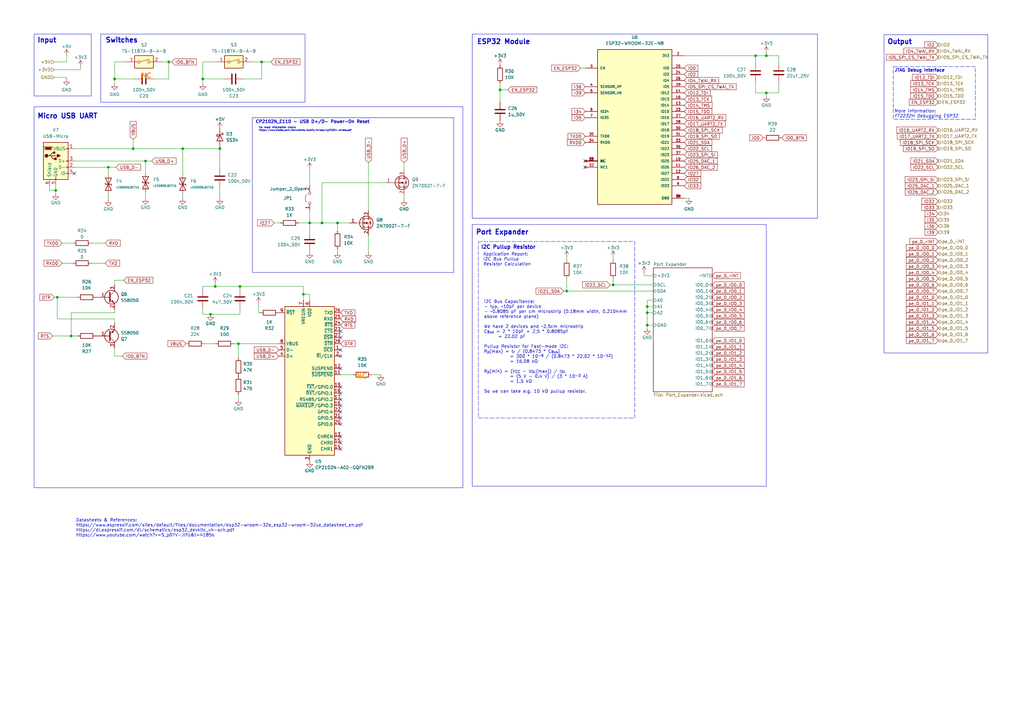
<source format=kicad_sch>
(kicad_sch (version 20231120) (generator "eeschema") (generator_version "8.0")
  (paper "A3")
  (junction (at 44.45 68.58))
  (junction (at 46.99 32.385))
  (junction (at 132.08 91.44))
  (junction (at 314.325 38.1))
  (junction (at 22.86 78.105))
  (junction (at 265.43 128.27))
  (junction (at 265.43 133.35))
  (junction (at 265.43 125.73))
  (junction (at 251.46 116.84))
  (junction (at 98.425 117.475))
  (junction (at 69.215 25.4))
  (junction (at 23.495 121.92))
  (junction (at 138.43 91.44))
  (junction (at 88.265 117.475))
  (junction (at 86.36 128.905))
  (junction (at 107.315 25.4))
  (junction (at 232.41 119.38))
  (junction (at 59.69 66.04))
  (junction (at 205.105 36.83))
  (junction (at 97.79 140.97))
  (junction (at 309.88 22.86))
  (junction (at 127 91.44))
  (junction (at 90.17 60.96))
  (junction (at 124.46 120.65))
  (junction (at 74.93 60.96))
  (junction (at 29.21 137.795))
  (junction (at 83.185 32.385))
  (junction (at 314.325 22.86))
  (junction (at 54.61 60.96))
  (no_connect (at 240.03 68.58))
  (no_connect (at 139.7 173.99))
  (no_connect (at 240.03 66.04))
  (no_connect (at 139.7 181.61))
  (no_connect (at 30.48 71.12))
  (no_connect (at 139.7 146.05))
  (no_connect (at 139.7 171.45))
  (no_connect (at 139.7 168.91))
  (no_connect (at 139.7 166.37))
  (no_connect (at 139.7 143.51))
  (no_connect (at 139.7 161.29))
  (no_connect (at 139.7 184.15))
  (no_connect (at 139.7 138.43))
  (no_connect (at 139.7 179.07))
  (no_connect (at 139.7 151.13))
  (no_connect (at 139.7 163.83))
  (no_connect (at 139.7 158.75))
  (no_connect (at 139.7 135.89))
  (wire (pts (xy 98.425 117.475) (xy 124.46 117.475)))
  (wire (pts (xy 265.43 125.73) (xy 265.43 128.27)))
  (wire (pts (xy 27.305 32.385) (xy 27.305 31.75)))
  (wire (pts (xy 124.46 120.65) (xy 127 120.65)))
  (wire (pts (xy 46.99 32.385) (xy 46.99 34.29)))
  (wire (pts (xy 90.17 60.96) (xy 90.17 60.325)))
  (wire (pts (xy 22.86 78.105) (xy 22.86 79.375)))
  (wire (pts (xy 205.105 36.83) (xy 205.105 41.91)))
  (wire (pts (xy 88.265 117.475) (xy 98.425 117.475)))
  (wire (pts (xy 232.41 105.41) (xy 232.41 106.68)))
  (wire (pts (xy 139.7 153.67) (xy 144.78 153.67)))
  (wire (pts (xy 124.46 117.475) (xy 124.46 120.65)))
  (wire (pts (xy 127 102.87) (xy 127 103.505)))
  (wire (pts (xy 27.305 31.75) (xy 22.225 31.75)))
  (wire (pts (xy 124.46 120.65) (xy 124.46 123.19)))
  (wire (pts (xy 265.43 128.27) (xy 265.43 133.35)))
  (wire (pts (xy 88.265 25.4) (xy 83.185 25.4)))
  (wire (pts (xy 98.425 128.905) (xy 98.425 126.365)))
  (wire (pts (xy 83.185 126.365) (xy 83.185 128.905)))
  (wire (pts (xy 314.325 38.1) (xy 314.325 39.37)))
  (wire (pts (xy 30.48 66.04) (xy 59.69 66.04)))
  (wire (pts (xy 21.59 137.795) (xy 29.21 137.795)))
  (wire (pts (xy 314.325 21.59) (xy 314.325 22.86)))
  (wire (pts (xy 280.67 22.86) (xy 309.88 22.86)))
  (wire (pts (xy 98.425 117.475) (xy 98.425 118.745)))
  (wire (pts (xy 22.86 76.2) (xy 22.86 78.105)))
  (wire (pts (xy 314.325 22.86) (xy 309.88 22.86)))
  (wire (pts (xy 29.21 128.27) (xy 29.21 137.795)))
  (wire (pts (xy 29.21 137.795) (xy 31.75 137.795)))
  (wire (pts (xy 27.305 25.4) (xy 27.305 22.86)))
  (wire (pts (xy 88.265 117.475) (xy 83.185 117.475)))
  (wire (pts (xy 143.51 91.44) (xy 138.43 91.44)))
  (wire (pts (xy 99.695 32.385) (xy 107.315 32.385)))
  (wire (pts (xy 127 120.65) (xy 127 123.19)))
  (wire (pts (xy 103.505 25.4) (xy 107.315 25.4)))
  (wire (pts (xy 97.79 140.97) (xy 114.3 140.97)))
  (wire (pts (xy 46.99 114.935) (xy 46.99 116.84)))
  (wire (pts (xy 90.17 76.835) (xy 90.17 81.28)))
  (wire (pts (xy 20.32 76.2) (xy 20.32 78.105)))
  (wire (pts (xy 165.735 69.85) (xy 165.735 66.675)))
  (wire (pts (xy 83.185 117.475) (xy 83.185 118.745)))
  (wire (pts (xy 66.675 25.4) (xy 69.215 25.4)))
  (wire (pts (xy 22.225 121.92) (xy 23.495 121.92)))
  (wire (pts (xy 127 91.44) (xy 127 95.25)))
  (wire (pts (xy 69.215 25.4) (xy 69.215 32.385)))
  (wire (pts (xy 69.215 25.4) (xy 70.485 25.4)))
  (wire (pts (xy 132.08 91.44) (xy 127 91.44)))
  (wire (pts (xy 280.67 81.28) (xy 282.575 81.28)))
  (wire (pts (xy 46.99 25.4) (xy 46.99 32.385)))
  (wire (pts (xy 59.69 78.74) (xy 59.69 81.28)))
  (wire (pts (xy 62.865 32.385) (xy 69.215 32.385)))
  (wire (pts (xy 309.88 38.1) (xy 309.88 33.655)))
  (wire (pts (xy 33.02 28.575) (xy 22.225 28.575)))
  (wire (pts (xy 232.41 119.38) (xy 267.97 119.38)))
  (wire (pts (xy 33.02 27.305) (xy 33.02 28.575)))
  (wire (pts (xy 59.69 71.12) (xy 59.69 66.04)))
  (wire (pts (xy 46.99 130.81) (xy 23.495 130.81)))
  (wire (pts (xy 54.61 60.96) (xy 74.93 60.96)))
  (wire (pts (xy 83.185 32.385) (xy 92.075 32.385)))
  (wire (pts (xy 264.16 111.76) (xy 264.16 113.03)))
  (wire (pts (xy 30.48 60.96) (xy 54.61 60.96)))
  (wire (pts (xy 30.48 68.58) (xy 44.45 68.58)))
  (wire (pts (xy 111.125 25.4) (xy 107.315 25.4)))
  (wire (pts (xy 251.46 105.41) (xy 251.46 106.68)))
  (wire (pts (xy 319.405 38.1) (xy 314.325 38.1)))
  (wire (pts (xy 37.465 107.95) (xy 43.18 107.95)))
  (wire (pts (xy 127 69.215) (xy 127 76.2)))
  (wire (pts (xy 74.93 79.375) (xy 74.93 81.28)))
  (wire (pts (xy 90.17 60.96) (xy 90.17 69.215)))
  (wire (pts (xy 46.99 127) (xy 46.99 128.27)))
  (wire (pts (xy 46.99 146.05) (xy 50.165 146.05)))
  (wire (pts (xy 319.405 26.035) (xy 319.405 22.86)))
  (wire (pts (xy 232.41 119.38) (xy 232.41 114.3)))
  (wire (pts (xy 44.45 79.375) (xy 44.45 81.915)))
  (wire (pts (xy 25.4 99.695) (xy 29.845 99.695)))
  (wire (pts (xy 251.46 116.84) (xy 250.19 116.84)))
  (wire (pts (xy 265.43 133.35) (xy 267.97 133.35)))
  (wire (pts (xy 158.115 74.93) (xy 132.08 74.93)))
  (wire (pts (xy 231.14 119.38) (xy 232.41 119.38)))
  (wire (pts (xy 314.325 38.1) (xy 309.88 38.1)))
  (wire (pts (xy 83.185 128.905) (xy 86.36 128.905)))
  (wire (pts (xy 152.4 153.67) (xy 156.21 153.67)))
  (wire (pts (xy 106.045 128.27) (xy 106.045 124.46)))
  (wire (pts (xy 132.08 91.44) (xy 138.43 91.44)))
  (wire (pts (xy 22.225 25.4) (xy 27.305 25.4)))
  (wire (pts (xy 95.885 140.97) (xy 97.79 140.97)))
  (wire (pts (xy 50.8 114.935) (xy 46.99 114.935)))
  (wire (pts (xy 46.99 142.875) (xy 46.99 146.05)))
  (wire (pts (xy 23.495 130.81) (xy 23.495 121.92)))
  (wire (pts (xy 107.315 25.4) (xy 107.315 32.385)))
  (wire (pts (xy 46.99 128.27) (xy 29.21 128.27)))
  (wire (pts (xy 205.105 34.29) (xy 205.105 36.83)))
  (wire (pts (xy 138.43 102.235) (xy 138.43 103.505)))
  (wire (pts (xy 208.28 36.83) (xy 205.105 36.83)))
  (wire (pts (xy 106.68 128.27) (xy 106.045 128.27)))
  (wire (pts (xy 25.4 107.95) (xy 29.845 107.95)))
  (wire (pts (xy 51.435 25.4) (xy 46.99 25.4)))
  (wire (pts (xy 319.405 33.655) (xy 319.405 38.1)))
  (wire (pts (xy 264.16 113.03) (xy 267.97 113.03)))
  (wire (pts (xy 74.93 60.96) (xy 74.93 71.755)))
  (wire (pts (xy 151.13 96.52) (xy 151.13 103.505)))
  (wire (pts (xy 238.125 27.94) (xy 240.03 27.94)))
  (wire (pts (xy 267.97 128.27) (xy 265.43 128.27)))
  (wire (pts (xy 20.32 78.105) (xy 22.86 78.105)))
  (wire (pts (xy 59.69 66.04) (xy 62.23 66.04)))
  (wire (pts (xy 46.99 132.715) (xy 46.99 130.81)))
  (wire (pts (xy 265.43 134.62) (xy 265.43 133.35)))
  (wire (pts (xy 23.495 121.92) (xy 31.75 121.92)))
  (wire (pts (xy 151.13 86.36) (xy 151.13 66.675)))
  (wire (pts (xy 319.405 22.86) (xy 314.325 22.86)))
  (wire (pts (xy 37.465 99.695) (xy 43.18 99.695)))
  (wire (pts (xy 55.245 32.385) (xy 46.99 32.385)))
  (wire (pts (xy 97.79 140.97) (xy 97.79 146.685)))
  (wire (pts (xy 83.185 25.4) (xy 83.185 32.385)))
  (wire (pts (xy 44.45 68.58) (xy 47.625 68.58)))
  (wire (pts (xy 88.265 116.205) (xy 88.265 117.475)))
  (wire (pts (xy 309.88 22.86) (xy 309.88 26.035)))
  (wire (pts (xy 251.46 114.3) (xy 251.46 116.84)))
  (wire (pts (xy 122.555 91.44) (xy 127 91.44)))
  (wire (pts (xy 251.46 116.84) (xy 267.97 116.84)))
  (wire (pts (xy 83.185 32.385) (xy 83.185 34.29)))
  (wire (pts (xy 54.61 57.15) (xy 54.61 60.96)))
  (wire (pts (xy 132.08 74.93) (xy 132.08 91.44)))
  (wire (pts (xy 127 86.36) (xy 127 91.44)))
  (wire (pts (xy 138.43 91.44) (xy 138.43 94.615)))
  (wire (pts (xy 44.45 71.755) (xy 44.45 68.58)))
  (wire (pts (xy 97.79 163.83) (xy 97.79 161.925)))
  (wire (pts (xy 265.43 123.19) (xy 265.43 125.73)))
  (wire (pts (xy 267.97 123.19) (xy 265.43 123.19)))
  (wire (pts (xy 74.93 60.96) (xy 90.17 60.96)))
  (wire (pts (xy 83.82 140.97) (xy 88.265 140.97)))
  (wire (pts (xy 165.735 81.915) (xy 165.735 80.01)))
  (wire (pts (xy 112.395 91.44) (xy 114.935 91.44)))
  (wire (pts (xy 86.36 128.905) (xy 98.425 128.905)))
  (wire (pts (xy 267.97 125.73) (xy 265.43 125.73)))
  (rectangle (start 193.675 92.075) (end 314.325 199.39))
  (rectangle (start 366.395 27.305) (end 400.05 48.895) (stroke (width 0) (type dash)))
  (rectangle (start 196.215 99.06) (end 260.35 171.45) (stroke (width 0) (type dash)))
  (rectangle (start 362.585 14.224) (end 405.13 144.78))
  (rectangle (start 13.97 13.97) (end 37.465 39.37))
  (rectangle (start 103.505 48.26) (end 186.055 111.76))
  (rectangle (start 13.97 43.815) (end 189.865 200.025))
  (rectangle (start 193.675 13.97) (end 335.28 89.535))
  (rectangle (start 41.275 13.97) (end 125.095 41.91))
  (text_box "I2C Bus Capacitance:\n- typ. ~10pF per device \n- ~0.8085 pF per cm microstrip (0.18mm width, 0.2104mm above reference plane)\n\nWe have 2 devices and ~2,5cm microstrip\nC_{Bus} = 2 * 10pF + 2,5 * 0.8085pF\n      = 22.02 pF\n\nPullup Resistor for Fast-mode I2C:\nR_{p}(max) = t_{r} / (0.8473 * C_{Bus})\n           = 300 * 10^{-9} / (0.8473 * 22,02 * 10^{-12})\n           = 16.08 kΩ\n\nR_{p}(min) = (V_{CC} - V_{OL}(max)) / I_{OL}\n           = (5 V - 0.4 V) / (3 * 10^{-3} A)\n           = 1.5 kΩ\n\nSo we can take e.g. 10 kΩ pullup resistor." (at 197.485 121.92 0) (size 60.96 46.355) (stroke (width -0.0001)) (effects (font (size 1.27 1.27)) (justify left top)))
  (text "Application Report:\nI2C Bus Pullup \nResistor Calculation" (at 198.12 106.426 0) (effects (font (size 1.27 1.27) (italic yes)) (justify left)))
  (text "More information:\n" (at 375.412 45.72 0) (effects (font (size 1.27 1.27))))
  (text "Port Expander" (at 195.072 96.52 0) (effects (font (size 2 2) (bold yes)) (justify left bottom)))
  (text "NC" (at 146.05 155.575 0) (effects (font (size 2 2) (thickness 0.4) (bold yes)) (justify left bottom)))
  (text "For more information check:\nhttps://www.silabs.com/documents/public/errata/cp2102n-errata.pdf" (at 106.045 53.975 0) (effects (font (size 0.7 0.7)) (justify left bottom)))
  (text "Datasheets & References:\nhttps://www.espressif.com/sites/default/files/documentation/esp32-wroom-32e_esp32-wroom-32ue_datasheet_en.pdf\nhttps://dl.espressif.com/dl/schematics/esp32_devkitc_v4-sch.pdf\nhttps://www.youtube.com/watch?v=S_p0YV-JlfU&t=4185s" (at 31.115 220.345 0) (effects (font (size 1.27 1.27)) (justify left bottom)))
  (text "I2C Pullup Resistor" (at 197.231 102.362 0) (effects (font (size 1.5 1.5) (bold yes)) (justify left bottom)))
  (text "Switches" (at 43.18 17.78 0) (effects (font (size 2 2) (thickness 0.4) (bold yes)) (justify left bottom)))
  (text "Micro USB UART" (at 15.24 48.895 0) (effects (font (size 2 2) (bold yes)) (justify left bottom)))
  (text "ESP32 Module" (at 195.58 18.415 0) (effects (font (size 2 2) (bold yes)) (justify left bottom)))
  (text "CP2102N_E110 - USB D+/D- Power-On Reset" (at 104.775 50.8 0) (effects (font (size 1.27 1.27) (thickness 0.254) (bold yes)) (justify left bottom)))
  (text "NC" (at 57.785 32.385 0) (effects (font (size 2 2) (thickness 0.4) (bold yes)) (justify left bottom)))
  (text "Output" (at 363.855 18.415 0) (effects (font (size 2 2) (thickness 0.4) (bold yes)) (justify left bottom)))
  (text "JTAG Debug Interface" (at 377.19 28.956 0) (effects (font (size 1.27 1.27) (thickness 0.254) (bold yes))))
  (text "FT2232H Debugging ESP32" (at 379.984 47.752 0) (effects (font (size 1.27 1.27) (italic yes))))
  (text "Input" (at 15.24 17.78 0) (effects (font (size 2 2) (thickness 0.4) (bold yes)) (justify left bottom)))
  (global_label "pe_0_IO0_6" (shape input) (at 384.81 116.84 180) (property "Intersheetrefs" "${INTERSHEET_REFS}" (effects (hide yes))))
  (global_label "IO22_SCL" (shape input) (at 280.67 60.96 0) (property "Intersheetrefs" "${INTERSHEET_REFS}" (effects (hide yes))))
  (global_label "IO5_SPI_CS_TWAI_TX" (shape input) (at 384.81 23.495 180) (property "Intersheetrefs" "${INTERSHEET_REFS}" (effects (hide yes))))
  (global_label "RTS" (shape input) (at 21.59 137.795 180) (property "Intersheetrefs" "${INTERSHEET_REFS}" (effects (hide yes))))
  (global_label "IO22_SCL" (shape input) (at 250.19 116.84 180) (property "Intersheetrefs" "${INTERSHEET_REFS}" (effects (hide yes))))
  (global_label "USB_D-" (shape input) (at 114.3 143.51 180) (property "Intersheetrefs" "${INTERSHEET_REFS}" (effects (hide yes))))
  (global_label "I35" (shape input) (at 240.03 48.26 180) (property "Intersheetrefs" "${INTERSHEET_REFS}" (effects (hide yes))))
  (global_label "IO0_BTN" (shape input) (at 70.485 25.4 0) (property "Intersheetrefs" "${INTERSHEET_REFS}" (effects (hide yes))))
  (global_label "USB_D+" (shape input) (at 62.23 66.04 0) (property "Intersheetrefs" "${INTERSHEET_REFS}" (effects (hide yes))))
  (global_label "pe_0_IO0_1" (shape input) (at 384.81 104.14 180) (property "Intersheetrefs" "${INTERSHEET_REFS}" (effects (hide yes))))
  (global_label "IO2" (shape input) (at 280.67 30.48 0) (property "Intersheetrefs" "${INTERSHEET_REFS}" (effects (hide yes))))
  (global_label "pe_0_IO0_2" (shape input) (at 384.81 106.68 180) (property "Intersheetrefs" "${INTERSHEET_REFS}" (effects (hide yes))))
  (global_label "IO13_TCK" (shape input) (at 280.67 40.64 0) (property "Intersheetrefs" "${INTERSHEET_REFS}" (effects (hide yes))))
  (global_label "IO16_UART2_RX" (shape input) (at 384.81 53.34 180) (property "Intersheetrefs" "${INTERSHEET_REFS}" (effects (hide yes))))
  (global_label "IO19_SPI_SO" (shape input) (at 384.81 60.96 180) (property "Intersheetrefs" "${INTERSHEET_REFS}" (effects (hide yes))))
  (global_label "I34" (shape input) (at 240.03 45.72 180) (property "Intersheetrefs" "${INTERSHEET_REFS}" (effects (hide yes))))
  (global_label "TXD0" (shape input) (at 25.4 99.695 180) (property "Intersheetrefs" "${INTERSHEET_REFS}" (effects (hide yes))))
  (global_label "IO0" (shape input) (at 313.055 56.515 180) (property "Intersheetrefs" "${INTERSHEET_REFS}" (effects (hide yes))))
  (global_label "pe_0_IO0_5" (shape input) (at 384.81 114.3 180) (property "Intersheetrefs" "${INTERSHEET_REFS}" (effects (hide yes))))
  (global_label "pe_0_IO1_4" (shape input) (at 384.81 132.08 180) (property "Intersheetrefs" "${INTERSHEET_REFS}" (effects (hide yes))))
  (global_label "pe_0_IO0_2" (shape input) (at 292.1 121.92 0) (property "Intersheetrefs" "${INTERSHEET_REFS}" (effects (hide yes))))
  (global_label "pe_0_IO1_6" (shape input) (at 292.1 154.94 0) (property "Intersheetrefs" "${INTERSHEET_REFS}" (effects (hide yes))))
  (global_label "IO5_SPI_CS_TWAI_TX" (shape input) (at 280.67 35.56 0) (property "Intersheetrefs" "${INTERSHEET_REFS}" (effects (hide yes))))
  (global_label "IO14_TMS" (shape input) (at 280.67 43.18 0) (property "Intersheetrefs" "${INTERSHEET_REFS}" (effects (hide yes))))
  (global_label "IO23_SPI_SI" (shape input) (at 280.67 63.5 0) (property "Intersheetrefs" "${INTERSHEET_REFS}" (effects (hide yes))))
  (global_label "IO19_SPI_SO" (shape input) (at 280.67 55.88 0) (property "Intersheetrefs" "${INTERSHEET_REFS}" (effects (hide yes))))
  (global_label "IO0_BTN" (shape input) (at 320.675 56.515 0) (property "Intersheetrefs" "${INTERSHEET_REFS}" (effects (hide yes))))
  (global_label "USB_D-" (shape input) (at 47.625 68.58 0) (property "Intersheetrefs" "${INTERSHEET_REFS}" (effects (hide yes))))
  (global_label "USB_D+" (shape input) (at 165.735 66.675 90) (property "Intersheetrefs" "${INTERSHEET_REFS}" (effects (hide yes))))
  (global_label "IO32" (shape input) (at 384.81 82.55 180) (property "Intersheetrefs" "${INTERSHEET_REFS}" (effects (hide yes))))
  (global_label "RTS" (shape input) (at 139.7 133.35 0) (property "Intersheetrefs" "${INTERSHEET_REFS}" (effects (hide yes))))
  (global_label "pe_0_IO0_3" (shape input) (at 384.81 109.22 180) (property "Intersheetrefs" "${INTERSHEET_REFS}" (effects (hide yes))))
  (global_label "IO16_UART2_RX" (shape input) (at 280.67 48.26 0) (property "Intersheetrefs" "${INTERSHEET_REFS}" (effects (hide yes))))
  (global_label "TXD" (shape input) (at 43.18 107.95 0) (property "Intersheetrefs" "${INTERSHEET_REFS}" (effects (hide yes))))
  (global_label "IO26_DAC_2" (shape input) (at 384.81 78.74 180) (property "Intersheetrefs" "${INTERSHEET_REFS}" (effects (hide yes))))
  (global_label "IO13_TCK" (shape input) (at 384.81 34.29 180) (property "Intersheetrefs" "${INTERSHEET_REFS}" (effects (hide yes))))
  (global_label "IO33" (shape input) (at 280.67 76.2 0) (property "Intersheetrefs" "${INTERSHEET_REFS}" (effects (hide yes))))
  (global_label "IO15_TDO" (shape input) (at 280.67 45.72 0) (property "Intersheetrefs" "${INTERSHEET_REFS}" (effects (hide yes))))
  (global_label "IO21_SDA" (shape input) (at 231.14 119.38 180) (property "Intersheetrefs" "${INTERSHEET_REFS}" (effects (hide yes))))
  (global_label "EN_ESP32" (shape input) (at 238.125 27.94 180) (property "Intersheetrefs" "${INTERSHEET_REFS}" (effects (hide yes))))
  (global_label "pe_0_IO1_7" (shape input) (at 292.1 157.48 0) (property "Intersheetrefs" "${INTERSHEET_REFS}" (effects (hide yes))))
  (global_label "pe_0_IO0_1" (shape input) (at 292.1 119.38 0) (property "Intersheetrefs" "${INTERSHEET_REFS}" (effects (hide yes))))
  (global_label "pe_0_IO1_3" (shape input) (at 292.1 147.32 0) (property "Intersheetrefs" "${INTERSHEET_REFS}" (effects (hide yes))))
  (global_label "EN_ESP32" (shape input) (at 111.125 25.4 0) (property "Intersheetrefs" "${INTERSHEET_REFS}" (effects (hide yes))))
  (global_label "IO25_DAC_1" (shape input) (at 384.81 76.2 180) (property "Intersheetrefs" "${INTERSHEET_REFS}" (effects (hide yes))))
  (global_label "IO4_TWAI_RX" (shape input) (at 384.81 20.955 180) (property "Intersheetrefs" "${INTERSHEET_REFS}" (effects (hide yes))))
  (global_label "TXD" (shape input) (at 139.7 128.27 0) (property "Intersheetrefs" "${INTERSHEET_REFS}" (effects (hide yes))))
  (global_label "IO17_UART2_TX" (shape input) (at 384.81 55.88 180) (property "Intersheetrefs" "${INTERSHEET_REFS}" (effects (hide yes))))
  (global_label "IO17_UART2_TX" (shape input) (at 280.67 50.8 0) (property "Intersheetrefs" "${INTERSHEET_REFS}" (effects (hide yes))))
  (global_label "pe_0_IO0_6" (shape input) (at 292.1 132.08 0) (property "Intersheetrefs" "${INTERSHEET_REFS}" (effects (hide yes))))
  (global_label "RXD0" (shape input) (at 240.03 58.42 180) (property "Intersheetrefs" "${INTERSHEET_REFS}" (effects (hide yes))))
  (global_label "USB_D+" (shape input) (at 114.3 146.05 180) (property "Intersheetrefs" "${INTERSHEET_REFS}" (effects (hide yes))))
  (global_label "RXD" (shape input) (at 139.7 130.81 0) (property "Intersheetrefs" "${INTERSHEET_REFS}" (effects (hide yes))))
  (global_label "I35" (shape input) (at 384.81 90.17 180) (property "Intersheetrefs" "${INTERSHEET_REFS}" (effects (hide yes))))
  (global_label "EN_ESP32" (shape input) (at 50.8 114.935 0) (property "Intersheetrefs" "${INTERSHEET_REFS}" (effects (hide yes))))
  (global_label "IO0" (shape input) (at 280.67 27.94 0) (property "Intersheetrefs" "${INTERSHEET_REFS}" (effects (hide yes))))
  (global_label "IO2" (shape input) (at 384.81 18.415 180) (property "Intersheetrefs" "${INTERSHEET_REFS}" (effects (hide yes))))
  (global_label "pe_0_IO1_1" (shape input) (at 292.1 142.24 0) (property "Intersheetrefs" "${INTERSHEET_REFS}" (effects (hide yes))))
  (global_label "EN_ESP32" (shape input) (at 384.81 41.91 180) (property "Intersheetrefs" "${INTERSHEET_REFS}" (effects (hide yes))))
  (global_label "pe_0_IO0_0" (shape input) (at 292.1 116.84 0) (property "Intersheetrefs" "${INTERSHEET_REFS}" (effects (hide yes))))
  (global_label "IO0_BTN" (shape input) (at 50.165 146.05 0) (property "Intersheetrefs" "${INTERSHEET_REFS}" (effects (hide yes))))
  (global_label "pe_0_IO1_0" (shape input) (at 384.81 121.92 180) (property "Intersheetrefs" "${INTERSHEET_REFS}" (effects (hide yes))))
  (global_label "VBUS" (shape input) (at 54.61 57.15 90) (property "Intersheetrefs" "${INTERSHEET_REFS}" (effects (hide yes))))
  (global_label "I34" (shape input) (at 384.81 87.63 180) (property "Intersheetrefs" "${INTERSHEET_REFS}" (effects (hide yes))))
  (global_label "pe_0_IO1_3" (shape input) (at 384.81 129.54 180) (property "Intersheetrefs" "${INTERSHEET_REFS}" (effects (hide yes))))
  (global_label "pe_0_IO1_2" (shape input) (at 384.81 127 180) (property "Intersheetrefs" "${INTERSHEET_REFS}" (effects (hide yes))))
  (global_label "IO18_SPI_SCK" (shape input) (at 280.67 53.34 0) (property "Intersheetrefs" "${INTERSHEET_REFS}" (effects (hide yes))))
  (global_label "IO27" (shape input) (at 112.395 91.44 180) (property "Intersheetrefs" "${INTERSHEET_REFS}" (effects (hide yes))))
  (global_label "pe_0_IO1_5" (shape input) (at 292.1 152.4 0) (property "Intersheetrefs" "${INTERSHEET_REFS}" (effects (hide yes))))
  (global_label "pe_0_IO0_7" (shape input) (at 292.1 134.62 0) (property "Intersheetrefs" "${INTERSHEET_REFS}" (effects (hide yes))))
  (global_label "I36" (shape input) (at 384.81 92.71 180) (property "Intersheetrefs" "${INTERSHEET_REFS}" (effects (hide yes))))
  (global_label "IO12_TDI" (shape input) (at 280.67 38.1 0) (property "Intersheetrefs" "${INTERSHEET_REFS}" (effects (hide yes))))
  (global_label "pe_0_IO1_1" (shape input) (at 384.81 124.46 180) (property "Intersheetrefs" "${INTERSHEET_REFS}" (effects (hide yes))))
  (global_label "IO4_TWAI_RX" (shape input) (at 280.67 33.02 0) (property "Intersheetrefs" "${INTERSHEET_REFS}" (effects (hide yes))))
  (global_label "VBUS" (shape input) (at 76.2 140.97 180) (property "Intersheetrefs" "${INTERSHEET_REFS}" (effects (hide yes))))
  (global_label "I39" (shape input) (at 384.81 95.25 180) (property "Intersheetrefs" "${INTERSHEET_REFS}" (effects (hide yes))))
  (global_label "IO21_SDA" (shape input) (at 280.67 58.42 0) (property "Intersheetrefs" "${INTERSHEET_REFS}" (effects (hide yes))))
  (global_label "pe_0_IO1_2" (shape input) (at 292.1 144.78 0) (property "Intersheetrefs" "${INTERSHEET_REFS}" (effects (hide yes))))
  (global_label "pe_0_~INT" (shape input) (at 292.1 113.03 0) (property "Intersheetrefs" "${INTERSHEET_REFS}" (effects (hide yes))))
  (global_label "pe_0_IO0_4" (shape input) (at 384.81 111.76 180) (property "Intersheetrefs" "${INTERSHEET_REFS}" (effects (hide yes))))
  (global_label "pe_0_IO0_7" (shape input) (at 384.81 119.38 180) (property "Intersheetrefs" "${INTERSHEET_REFS}" (effects (hide yes))))
  (global_label "IO12_TDI" (shape input) (at 384.81 31.75 180) (property "Intersheetrefs" "${INTERSHEET_REFS}" (effects (hide yes))))
  (global_label "pe_0_IO1_5" (shape input) (at 384.81 134.62 180) (property "Intersheetrefs" "${INTERSHEET_REFS}" (effects (hide yes))))
  (global_label "pe_0_IO0_5" (shape input) (at 292.1 129.54 0) (property "Intersheetrefs" "${INTERSHEET_REFS}" (effects (hide yes))))
  (global_label "pe_0_IO1_4" (shape input) (at 292.1 149.86 0) (property "Intersheetrefs" "${INTERSHEET_REFS}" (effects (hide yes))))
  (global_label "pe_0_IO1_0" (shape input) (at 292.1 139.7 0) (property "Intersheetrefs" "${INTERSHEET_REFS}" (effects (hide yes))))
  (global_label "IO23_SPI_SI" (shape input) (at 384.81 73.66 180) (property "Intersheetrefs" "${INTERSHEET_REFS}" (effects (hide yes))))
  (global_label "IO15_TDO" (shape input) (at 384.81 39.37 180) (property "Intersheetrefs" "${INTERSHEET_REFS}" (effects (hide yes))))
  (global_label "IO22_SCL" (shape input) (at 384.81 68.58 180) (property "Intersheetrefs" "${INTERSHEET_REFS}" (effects (hide yes))))
  (global_label "IO26_DAC_2" (shape input) (at 280.67 68.58 0) (property "Intersheetrefs" "${INTERSHEET_REFS}" (effects (hide yes))))
  (global_label "IO33" (shape input) (at 384.81 85.09 180) (property "Intersheetrefs" "${INTERSHEET_REFS}" (effects (hide yes))))
  (global_label "RXD" (shape input) (at 43.18 99.695 0) (property "Intersheetrefs" "${INTERSHEET_REFS}" (effects (hide yes))))
  (global_label "DTR" (shape input) (at 139.7 140.97 0) (property "Intersheetrefs" "${INTERSHEET_REFS}" (effects (hide yes))))
  (global_label "IO27" (shape input) (at 280.67 71.12 0) (property "Intersheetrefs" "${INTERSHEET_REFS}" (effects (hide yes))))
  (global_label "pe_0_~INT" (shape input) (at 384.81 99.06 180) (property "Intersheetrefs" "${INTERSHEET_REFS}" (effects (hide yes))))
  (global_label "RXD0" (shape input) (at 25.4 107.95 180) (property "Intersheetrefs" "${INTERSHEET_REFS}" (effects (hide yes))))
  (global_label "pe_0_IO1_7" (shape input) (at 384.81 139.7 180) (property "Intersheetrefs" "${INTERSHEET_REFS}" (effects (hide yes))))
  (global_label "I36" (shape input) (at 240.03 35.56 180) (property "Intersheetrefs" "${INTERSHEET_REFS}" (effects (hide yes))))
  (global_label "I39" (shape input) (at 240.03 38.1 180) (property "Intersheetrefs" "${INTERSHEET_REFS}" (effects (hide yes))))
  (global_label "USB_D-" (shape input) (at 151.13 66.675 90) (property "Intersheetrefs" "${INTERSHEET_REFS}" (effects (hide yes))))
  (global_label "pe_0_IO1_6" (shape input) (at 384.81 137.16 180) (property "Intersheetrefs" "${INTERSHEET_REFS}" (effects (hide yes))))
  (global_label "DTR" (shape input) (at 22.225 121.92 180) (property "Intersheetrefs" "${INTERSHEET_REFS}" (effects (hide yes))))
  (global_label "IO25_DAC_1" (shape input) (at 280.67 66.04 0) (property "Intersheetrefs" "${INTERSHEET_REFS}" (effects (hide yes))))
  (global_label "EN_ESP32" (shape input) (at 208.28 36.83 0) (property "Intersheetrefs" "${INTERSHEET_REFS}" (effects (hide yes))))
  (global_label "IO21_SDA" (shape input) (at 384.81 66.04 180) (property "Intersheetrefs" "${INTERSHEET_REFS}" (effects (hide yes))))
  (global_label "pe_0_IO0_0" (shape input) (at 384.81 101.6 180) (property "Intersheetrefs" "${INTERSHEET_REFS}" (effects (hide yes))))
  (global_label "IO14_TMS" (shape input) (at 384.81 36.83 180) (property "Intersheetrefs" "${INTERSHEET_REFS}" (effects (hide yes))))
  (global_label "pe_0_IO0_4" (shape input) (at 292.1 127 0) (property "Intersheetrefs" "${INTERSHEET_REFS}" (effects (hide yes))))
  (global_label "pe_0_IO0_3" (shape input) (at 292.1 124.46 0) (property "Intersheetrefs" "${INTERSHEET_REFS}" (effects (hide yes))))
  (global_label "IO32" (shape input) (at 280.67 73.66 0) (property "Intersheetrefs" "${INTERSHEET_REFS}" (effects (hide yes))))
  (global_label "IO18_SPI_SCK" (shape input) (at 384.81 58.42 180) (property "Intersheetrefs" "${INTERSHEET_REFS}" (effects (hide yes))))
  (global_label "TXD0" (shape input) (at 240.03 55.88 180) (property "Intersheetrefs" "${INTERSHEET_REFS}" (effects (hide yes))))
  (hierarchical_label "IO33" (shape output) (at 384.81 85.09 0))
  (hierarchical_label "IO21_SDA" (shape output) (at 384.81 66.04 0))
  (hierarchical_label "pe_0_IO1_5" (shape bidirectional) (at 384.81 134.62 0))
  (hierarchical_label "I39" (shape input) (at 384.81 95.25 0))
  (hierarchical_label "IO32" (shape output) (at 384.81 82.55 0))
  (hierarchical_label "IO2" (shape output) (at 384.81 18.415 0))
  (hierarchical_label "+5V" (shape input) (at 22.225 25.4 180))
  (hierarchical_label "pe_0_~INT" (shape bidirectional) (at 384.81 99.06 0))
  (hierarchical_label "IO26_DAC_2" (shape output) (at 384.81 78.74 0))
  (hierarchical_label "pe_0_IO1_0" (shape bidirectional) (at 384.81 121.92 0))
  (hierarchical_label "pe_0_IO1_6" (shape bidirectional) (at 384.81 137.16 0))
  (hierarchical_label "I36" (shape input) (at 384.81 92.71 0))
  (hierarchical_label "+3V3" (shape input) (at 22.225 28.575 180))
  (hierarchical_label "IO12_TDI" (shape output) (at 384.81 31.75 0))
  (hierarchical_label "pe_0_IO0_1" (shape bidirectional) (at 384.81 104.14 0))
  (hierarchical_label "pe_0_IO0_4" (shape bidirectional) (at 384.81 111.76 0))
  (hierarchical_label "I34" (shape input) (at 384.81 87.63 0))
  (hierarchical_label "IO17_UART2_TX" (shape output) (at 384.81 55.88 0))
  (hierarchical_label "pe_0_IO0_5" (shape bidirectional) (at 384.81 114.3 0))
  (hierarchical_label "pe_0_IO0_6" (shape bidirectional) (at 384.81 116.84 0))
  (hierarchical_label "pe_0_IO1_2" (shape bidirectional) (at 384.81 127 0))
  (hierarchical_label "IO4_TWAI_RX" (shape output) (at 384.81 20.955 0))
  (hierarchical_label "IO19_SPI_SO" (shape output) (at 384.81 60.96 0))
  (hierarchical_label "IO13_TCK" (shape output) (at 384.81 34.29 0))
  (hierarchical_label "I35" (shape input) (at 384.81 90.17 0))
  (hierarchical_label "IO16_UART2_RX" (shape output) (at 384.81 53.34 0))
  (hierarchical_label "pe_0_IO1_3" (shape bidirectional) (at 384.81 129.54 0))
  (hierarchical_label "pe_0_IO1_7" (shape bidirectional) (at 384.81 139.7 0))
  (hierarchical_label "IO15_TDO" (shape output) (at 384.81 39.37 0))
  (hierarchical_label "GND" (shape input) (at 22.225 31.75 180))
  (hierarchical_label "pe_0_IO0_3" (shape bidirectional) (at 384.81 109.22 0))
  (hierarchical_label "IO25_DAC_1" (shape output) (at 384.81 76.2 0))
  (hierarchical_label "EN_ESP32" (shape output) (at 384.81 41.91 0))
  (hierarchical_label "pe_0_IO0_0" (shape bidirectional) (at 384.81 101.6 0))
  (hierarchical_label "pe_0_IO0_2" (shape bidirectional) (at 384.81 106.68 0))
  (hierarchical_label "pe_0_IO1_4" (shape bidirectional) (at 384.81 132.08 0))
  (hierarchical_label "pe_0_IO1_1" (shape bidirectional) (at 384.81 124.46 0))
  (hierarchical_label "IO22_SCL" (shape output) (at 384.81 68.58 0))
  (hierarchical_label "IO23_SPI_SI" (shape output) (at 384.81 73.66 0))
  (hierarchical_label "pe_0_IO0_7" (shape bidirectional) (at 384.81 119.38 0))
  (hierarchical_label "IO18_SPI_SCK" (shape output) (at 384.81 58.42 0))
  (hierarchical_label "IO14_TMS" (shape output) (at 384.81 36.83 0))
  (hierarchical_label "IO5_SPI_CS_TWAI_TX" (shape output) (at 384.81 23.495 0))
  (symbol (lib_id "_R_0402:10K") (at 205.105 30.48 0) (unit 1)
    (property "Reference" "R36" (at 207.01 29.21 0) (effects (justify left)))
    (property "Value" "10K" (at 207.01 31.75 0) (effects (justify left)))
    (property "Footprint" "Resistor_SMD:R_0402_1005Metric" (effects (hide yes)))
    (property "MF" "UNI-ROYAL" (effects (hide yes)))
    (property "MPN" "0402WGF1002TCE" (effects (hide yes)))
    (property "OC_LCSC" "C25744" (effects (hide yes)))
  )
  (symbol (lib_id "power:+5V") (at 90.17 52.705 0) (unit 1)
    (property "Reference" "#PWR087" (effects (hide yes)))
    (property "Value" "+5V" (at 90.17 48.895 0))
  )
  (symbol (lib_id "_R_0402:22K") (at 80.01 140.97 90) (unit 1)
    (property "Reference" "R28" (at 80.01 134.62 90))
    (property "Value" "22K" (at 80.01 137.16 90))
    (property "Footprint" "Resistor_SMD:R_0402_1005Metric" (effects (hide yes)))
    (property "MF" "UNI-ROYAL" (effects (hide yes)))
    (property "MPN" "0402WGF2202TCE" (effects (hide yes)))
    (property "OC_LCSC" "C25768" (effects (hide yes)))
  )
  (symbol (lib_id "_C_0402:100n_50V") (at 59.055 32.385 90) (unit 1) (in_bom no)
    (property "Reference" "C20" (at 59.055 39.37 90))
    (property "Value" "100n_50V" (at 59.055 36.83 90))
    (property "Footprint" "Capacitor_SMD:C_0402_1005Metric" (effects (hide yes)))
    (property "Datasheet" "https://product.samsungsem.com/mlcc/CL05B104KB54PN.do" (effects (hide yes)))
    (property "MF" "Samsung Electro-Mechanics" (effects (hide yes)))
    (property "MPN" "CL05B104KB54PNC" (effects (hide yes)))
    (property "OC_LCSC" "C307331" (effects (hide yes)))
  )
  (symbol (lib_id "power:GND") (at 151.13 103.505 0) (unit 1)
    (property "Reference" "#PWR095" (effects (hide yes)))
    (property "Value" "GND" (at 151.13 107.315 0))
  )
  (symbol (lib_id "power:GND") (at 282.575 81.28 0) (unit 1)
    (property "Reference" "#PWR0104" (effects (hide yes)))
    (property "Value" "GND" (at 282.575 85.725 0))
  )
  (symbol (lib_id "power:+3V3") (at 205.105 26.67 0) (unit 1)
    (property "Reference" "#PWR098" (effects (hide yes)))
    (property "Value" "+3V3" (at 205.105 22.86 0))
  )
  (symbol (lib_id "_C_1206:4u7_50V") (at 98.425 122.555 0) (mirror y) (unit 1)
    (property "Reference" "C24" (at 95.25 121.285 0) (effects (justify left)))
    (property "Value" "4u7_50V" (at 95.25 123.825 0) (effects (justify left)))
    (property "Footprint" "Capacitor_SMD:C_1206_3216Metric" (effects (hide yes)))
    (property "MF" "FH" (effects (hide yes)))
    (property "MPN" "1206B475K500NT" (effects (hide yes)))
    (property "OC_LCSC" "C29823" (effects (hide yes)))
  )
  (symbol (lib_id "_C_0402:100n_50V") (at 127 99.06 0) (mirror y) (unit 1)
    (property "Reference" "C25" (at 123.19 97.79 0) (effects (justify left)))
    (property "Value" "100n_50V" (at 123.19 100.33 0) (effects (justify left)))
    (property "Footprint" "Capacitor_SMD:C_0402_1005Metric" (effects (hide yes)))
    (property "Datasheet" "https://product.samsungsem.com/mlcc/CL05B104KB54PN.do" (effects (hide yes)))
    (property "MF" "Samsung Electro-Mechanics" (effects (hide yes)))
    (property "MPN" "CL05B104KB54PNC" (effects (hide yes)))
    (property "OC_LCSC" "C307331" (effects (hide yes)))
  )
  (symbol (lib_id "_Switch:TS-1187A-B-A-B") (at 95.885 25.4 0) (unit 1)
    (property "Reference" "S3" (at 95.885 18.415 0))
    (property "Value" "TS-1187A-B-A-B" (at 95.885 20.955 0))
    (property "Footprint" "Robast:SW_TS-1187" (effects (hide yes)))
    (property "Datasheet" "https://datasheet.lcsc.com/lcsc/2304140030_XKB-Connectivity-TS-1187A-B-A-B_C318884.pdf" (effects (hide yes)))
    (property "MF" "XKB Connectivity" (effects (hide yes)))
    (property "MPN" "TS-1187A-B-A-B" (effects (hide yes)))
    (property "OC_LCSC" "C318884" (effects (hide yes)))
  )
  (symbol (lib_id "_Diode_TVS:LESD5D5.0CT1G") (at 44.45 75.565 90) (unit 1)
    (property "Reference" "F4" (at 47.625 74.295 90) (effects (justify right)))
    (property "Value" "LESD5D5.0CT1G" (at 47.625 76.835 90) (effects (font (size 0.8 0.8)) (justify right)))
    (property "Footprint" "Diode_SMD:D_SOD-523" (effects (hide yes)))
    (property "Datasheet" "https://datasheet.lcsc.com/lcsc/1912111437_LRC-LESD5D5-0CT1G_C383211.pdf" (effects (hide yes)))
    (property "MF" "LRC" (effects (hide yes)))
    (property "MPN" "LESD5D5.0CT1G" (effects (hide yes)))
    (property "OC_LCSC" "C383211" (effects (hide yes)))
  )
  (symbol (lib_id "power:+3V3") (at 33.02 27.305 0) (unit 1)
    (property "Reference" "#PWR079" (effects (hide yes)))
    (property "Value" "+3V3" (at 33.02 23.495 0))
  )
  (symbol (lib_id "_R_0603:10K") (at 232.41 110.49 0) (unit 1)
    (property "Reference" "R37" (at 234.95 109.2199 0) (effects (justify left)))
    (property "Value" "10K" (at 234.95 111.7599 0) (effects (justify left)))
    (property "Footprint" "Resistor_SMD:R_0603_1608Metric" (effects (hide yes)))
    (property "Description" "Resistor 10K 1% 100mW 75V 0603" (effects (hide yes)))
    (property "MF" "UNI-ROYAL" (effects (hide yes)))
    (property "MPN" "0603WAF1002T5E" (effects (hide yes)))
    (property "OC_LCSC" "C25804" (effects (hide yes)))
  )
  (symbol (lib_id "_Switch:TS-1187A-B-A-B") (at 59.055 25.4 0) (unit 1)
    (property "Reference" "S2" (at 59.055 18.415 0))
    (property "Value" "TS-1187A-B-A-B" (at 59.055 20.955 0))
    (property "Footprint" "Robast:SW_TS-1187" (effects (hide yes)))
    (property "Datasheet" "https://datasheet.lcsc.com/lcsc/2304140030_XKB-Connectivity-TS-1187A-B-A-B_C318884.pdf" (effects (hide yes)))
    (property "MF" "XKB Connectivity" (effects (hide yes)))
    (property "MPN" "TS-1187A-B-A-B" (effects (hide yes)))
    (property "OC_LCSC" "C318884" (effects (hide yes)))
  )
  (symbol (lib_id "_Diode_Schottky:SS34") (at 90.17 56.515 270) (unit 1)
    (property "Reference" "D3" (at 92.71 54.9275 90) (effects (justify left)))
    (property "Value" "SS34" (at 92.71 57.4675 90) (effects (justify left)))
    (property "Footprint" "Diode_SMD:D_SMA" (effects (hide yes)))
    (property "Datasheet" "https://datasheet.lcsc.com/lcsc/2303141100_MDD-Microdiode-Electronics--SS34_C8678.pdf" (effects (hide yes)))
    (property "MF" "MDD" (effects (hide yes)))
    (property "MPN" "SS34" (effects (hide yes)))
    (property "OC_LCSC" "C8678" (effects (hide yes)))
  )
  (symbol (lib_id "power:GND") (at 265.43 134.62 0) (unit 1)
    (property "Reference" "#PWR0103" (effects (hide yes)))
    (property "Value" "GND" (at 265.43 138.43 0))
  )
  (symbol (lib_id "_R_0402:100") (at 92.075 140.97 90) (unit 1)
    (property "Reference" "R29" (at 92.075 134.62 90))
    (property "Value" "100" (at 92.075 137.16 90))
    (property "Footprint" "Resistor_SMD:R_0402_1005Metric" (effects (hide yes)))
    (property "MF" "UNI-ROYAL" (effects (hide yes)))
    (property "MPN" "0402WGF1000TCE" (effects (hide yes)))
    (property "OC_LCSC" "C25076" (effects (hide yes)))
  )
  (symbol (lib_id "power:GND") (at 138.43 103.505 0) (unit 1)
    (property "Reference" "#PWR094" (effects (hide yes)))
    (property "Value" "GND" (at 138.43 107.315 0))
  )
  (symbol (lib_id "power:+3V3") (at 251.46 105.41 0) (unit 1)
    (property "Reference" "#PWR0101" (effects (hide yes)))
    (property "Value" "+3V3" (at 251.46 101.6 0))
  )
  (symbol (lib_id "_Connector_USB:USB-Micro") (at 22.86 66.04 0) (unit 1)
    (property "Reference" "X7" (at 22.86 53.34 0))
    (property "Value" "USB-Micro" (at 22.86 55.88 0))
    (property "Footprint" "Robast:AMPHENOL_USB_Micro_10118194-0001LF" (effects (hide yes)))
    (property "Datasheet" "https://www.amphenol-cs.com/media/wysiwyg/files/drawing/10118194.pdf" (effects (hide yes)))
    (property "Description" "USB 2.0 Micro-B SMD" (effects (hide yes)))
    (property "MF" "Amphenol ICC" (effects (hide yes)))
    (property "MPN" "10118194-0001LF" (effects (hide yes)))
    (property "OC_LCSC" "C132563" (effects (hide yes)))
  )
  (symbol (lib_id "_R_0603:0") (at 33.655 107.95 90) (unit 1)
    (property "Reference" "R25" (at 33.655 102.87 90))
    (property "Value" "0" (at 33.655 105.41 90))
    (property "Footprint" "Resistor_SMD:R_0603_1608Metric" (effects (hide yes)))
    (property "Datasheet" "https://datasheet.lcsc.com/lcsc/2206010100_UNI-ROYAL-Uniroyal-Elec-0603WAF0000T5E_C21189.pdf" (effects (hide yes)))
    (property "MF" "UNI-ROYAL" (effects (hide yes)))
    (property "MPN" "0603WAF0000T5E" (effects (hide yes)))
    (property "OC_LCSC" "C21189" (effects (hide yes)))
  )
  (symbol (lib_id "_R_0402:10K") (at 35.56 121.92 90) (unit 1)
    (property "Reference" "R26" (at 35.56 115.57 90))
    (property "Value" "10K" (at 35.56 118.11 90))
    (property "Footprint" "Resistor_SMD:R_0402_1005Metric" (effects (hide yes)))
    (property "MF" "UNI-ROYAL" (effects (hide yes)))
    (property "MPN" "0402WGF1002TCE" (effects (hide yes)))
    (property "OC_LCSC" "C25744" (effects (hide yes)))
  )
  (symbol (lib_id "power:GND") (at 74.93 81.28 0) (unit 1)
    (property "Reference" "#PWR083" (effects (hide yes)))
    (property "Value" "GND" (at 74.93 85.09 0))
  )
  (symbol (lib_id "power:GND") (at 27.305 32.385 0) (unit 1)
    (property "Reference" "#PWR078" (effects (hide yes)))
    (property "Value" "GND" (at 27.305 36.83 0))
  )
  (symbol (lib_id "power:GND") (at 156.21 153.67 0) (unit 1)
    (property "Reference" "#PWR096" (effects (hide yes)))
    (property "Value" "GND" (at 156.21 157.48 0))
  )
  (symbol (lib_id "power:GND") (at 165.735 81.915 0) (unit 1)
    (property "Reference" "#PWR097" (effects (hide yes)))
    (property "Value" "GND" (at 165.735 85.725 0))
  )
  (symbol (lib_id "_Transistor_BJT:SS8050") (at 44.45 137.795 0) (mirror x) (unit 1)
    (property "Reference" "Q7" (at 49.53 139.065 0) (effects (justify left)))
    (property "Value" "SS8050" (at 49.53 136.525 0) (effects (justify left)))
    (property "Footprint" "Package_TO_SOT_SMD:SOT-23" (effects (hide yes)))
    (property "Datasheet" "https://datasheet.lcsc.com/lcsc/2304140030_Jiangsu-Changjing-Electronics-Technology-Co---Ltd--SS8050_C2150.pdf" (effects (hide yes)))
    (property "MF" "Jiangsu Changjing Electronics Technology" (effects (hide yes)))
    (property "MPN" "SS8050" (effects (hide yes)))
    (property "OC_LCSC" "C2150" (effects (hide yes)))
  )
  (symbol (lib_id "power:GND") (at 314.325 39.37 0) (unit 1)
    (property "Reference" "#PWR0106" (effects (hide yes)))
    (property "Value" "GND" (at 314.325 43.18 0))
  )
  (symbol (lib_id "power:+5V") (at 27.305 22.86 0) (unit 1)
    (property "Reference" "#PWR077" (effects (hide yes)))
    (property "Value" "+5V" (at 27.305 19.05 0))
  )
  (symbol (lib_id "power:GND") (at 97.79 163.83 0) (unit 1)
    (property "Reference" "#PWR089" (effects (hide yes)))
    (property "Value" "GND" (at 97.79 167.64 0))
  )
  (symbol (lib_id "power:+3V3") (at 314.325 21.59 0) (unit 1)
    (property "Reference" "#PWR0105" (effects (hide yes)))
    (property "Value" "+3V3" (at 314.325 17.78 0))
  )
  (symbol (lib_id "_R_0402:47K") (at 97.79 150.495 0) (unit 1)
    (property "Reference" "R30" (at 99.695 149.225 0) (effects (justify left)))
    (property "Value" "47K" (at 99.695 151.765 0) (effects (justify left)))
    (property "Footprint" "Resistor_SMD:R_0402_1005Metric" (effects (hide yes)))
    (property "MF" "UNI-ROYAL" (effects (hide yes)))
    (property "MPN" "0402WGF4702TCE" (effects (hide yes)))
    (property "OC_LCSC" "C25792" (effects (hide yes)))
  )
  (symbol (lib_id "_Transistor_FET:2N7002T-7-F") (at 148.59 91.44 0) (unit 1)
    (property "Reference" "Q8" (at 154.305 90.17 0) (effects (justify left)))
    (property "Value" "2N7002T-7-F" (at 154.305 92.71 0) (effects (justify left)))
    (property "Footprint" "Package_TO_SOT_SMD:SOT-523" (effects (hide yes)))
    (property "Datasheet" "https://datasheet.lcsc.com/lcsc/2304140030_Diodes-Incorporated-2N7002T-7-F_C139445.pdf" (effects (hide yes)))
    (property "MF" "Diodes Incorporated" (effects (hide yes)))
    (property "MPN" "2N7002T-7-F" (effects (hide yes)))
    (property "OC_LCSC" "C139445" (effects (hide yes)))
  )
  (symbol (lib_id "_C_0402:100n_50V") (at 95.885 32.385 90) (unit 1)
    (property "Reference" "C23" (at 95.885 39.37 90))
    (property "Value" "100n_50V" (at 95.885 36.83 90))
    (property "Footprint" "Capacitor_SMD:C_0402_1005Metric" (effects (hide yes)))
    (property "Datasheet" "https://product.samsungsem.com/mlcc/CL05B104KB54PN.do" (effects (hide yes)))
    (property "MF" "Samsung Electro-Mechanics" (effects (hide yes)))
    (property "MPN" "CL05B104KB54PNC" (effects (hide yes)))
    (property "OC_LCSC" "C307331" (effects (hide yes)))
  )
  (symbol (lib_id "_C_0805:1u_50V") (at 205.105 45.72 0) (unit 1)
    (property "Reference" "C26" (at 208.28 44.45 0) (effects (justify left)))
    (property "Value" "1u_50V" (at 208.28 46.99 0) (effects (justify left)))
    (property "Footprint" "Capacitor_SMD:C_0805_2012Metric" (effects (hide yes)))
    (property "Datasheet" "https://product.samsungsem.com/mlcc/CL21B105KBFNNN.do" (effects (hide yes)))
    (property "MF" "Samsung Electro-Mechanics" (effects (hide yes)))
    (property "MPN" "CL21B105KBFNNNE" (effects (hide yes)))
    (property "OC_LCSC" "C28323" (effects (hide yes)))
  )
  (symbol (lib_id "_R_0603:22") (at 316.865 56.515 90) (unit 1)
    (property "Reference" "R39" (at 316.865 50.8 90))
    (property "Value" "22" (at 316.865 53.34 90))
    (property "Footprint" "Resistor_SMD:R_0603_1608Metric" (effects (hide yes)))
    (property "Datasheet" "https://datasheet.lcsc.com/lcsc/2206010100_UNI-ROYAL-Uniroyal-Elec-0603WAF220JT5E_C23345.pdf" (effects (hide yes)))
    (property "MF" "UNI-ROYAL" (effects (hide yes)))
    (property "MPN" "0603WAF220JT5E" (effects (hide yes)))
    (property "OC_LCSC" "C23345" (effects (hide yes)))
  )
  (symbol (lib_id "power:GND") (at 127 103.505 0) (unit 1)
    (property "Reference" "#PWR092" (effects (hide yes)))
    (property "Value" "GND" (at 127 107.315 0))
  )
  (symbol (lib_id "_MCU:ESP32-WROOM-32E-N8") (at 260.35 53.34 0) (unit 1)
    (property "Reference" "U6" (at 260.35 15.24 0))
    (property "Value" "ESP32-WROOM-32E-N8" (at 260.35 17.78 0))
    (property "Footprint" "Robast:ESP32-WROOM-32E" (effects (hide yes)))
    (property "Datasheet" "https://www.espressif.com/sites/default/files/documentation/esp32-wroom-32e_esp32-wroom-32ue_datasheet_en.pdf" (effects (hide yes)))
    (property "Description" "ESP32-WROOM-32E-N8, 8 MB Flash, PCB Antenna" (effects (hide yes)))
    (property "PARTREV" "1.4" (effects (hide yes)))
    (property "MANUFACTURER" "Espressif Systems" (effects (hide yes)))
    (property "MAXIMUM_PACKAGE_HEIGHT" "3.25mm" (effects (hide yes)))
    (property "STANDARD" "Manufacturer Recommendations" (effects (hide yes)))
    (property "MF" "Espressif Systems" (effects (hide yes)))
    (property "MPN" "ESP32-WROOM-32E-N8" (effects (hide yes)))
    (property "OC_LCSC" "C701342" (effects (hide yes)))
  )
  (symbol (lib_id "_Diode_TVS:LESD5D5.0CT1G") (at 59.69 74.93 90) (unit 1)
    (property "Reference" "F5" (at 62.865 73.66 90) (effects (justify right)))
    (property "Value" "LESD5D5.0CT1G" (at 62.865 76.2 90) (effects (font (size 0.8 0.8)) (justify right)))
    (property "Footprint" "Diode_SMD:D_SOD-523" (effects (hide yes)))
    (property "Datasheet" "https://datasheet.lcsc.com/lcsc/1912111437_LRC-LESD5D5-0CT1G_C383211.pdf" (effects (hide yes)))
    (property "MF" "LRC" (effects (hide yes)))
    (property "MPN" "LESD5D5.0CT1G" (effects (hide yes)))
    (property "OC_LCSC" "C383211" (effects (hide yes)))
  )
  (symbol (lib_id "power:GND") (at 205.105 49.53 0) (unit 1)
    (property "Reference" "#PWR099" (effects (hide yes)))
    (property "Value" "GND" (at 205.105 53.34 0))
  )
  (symbol (lib_id "_Transistor_BJT:SS8050") (at 44.45 121.92 0) (unit 1)
    (property "Reference" "Q6" (at 49.53 120.65 0) (effects (justify left)))
    (property "Value" "SS8050" (at 49.53 123.19 0) (effects (justify left)))
    (property "Footprint" "Package_TO_SOT_SMD:SOT-23" (effects (hide yes)))
    (property "Datasheet" "https://datasheet.lcsc.com/lcsc/2304140030_Jiangsu-Changjing-Electronics-Technology-Co---Ltd--SS8050_C2150.pdf" (effects (hide yes)))
    (property "MF" "Jiangsu Changjing Electronics Technology" (effects (hide yes)))
    (property "MPN" "SS8050" (effects (hide yes)))
    (property "OC_LCSC" "C2150" (effects (hide yes)))
  )
  (symbol (lib_id "power:GND") (at 83.185 34.29 0) (unit 1)
    (property "Reference" "#PWR084" (effects (hide yes)))
    (property "Value" "GND" (at 83.185 38.735 0))
  )
  (symbol (lib_id "power:+3V3") (at 106.045 124.46 0) (unit 1)
    (property "Reference" "#PWR090" (effects (hide yes)))
    (property "Value" "+3V3" (at 106.045 120.65 0))
  )
  (symbol (lib_id "power:GND") (at 90.17 81.28 0) (unit 1)
    (property "Reference" "#PWR088" (effects (hide yes)))
    (property "Value" "GND" (at 90.17 85.09 0))
  )
  (symbol (lib_id "_R_0402:10K") (at 138.43 98.425 0) (unit 1)
    (property "Reference" "R34" (at 140.97 97.155 0) (effects (justify left)))
    (property "Value" "10K" (at 140.97 99.695 0) (effects (justify left)))
    (property "Footprint" "Resistor_SMD:R_0402_1005Metric" (effects (hide yes)))
    (property "MF" "UNI-ROYAL" (effects (hide yes)))
    (property "MPN" "0402WGF1002TCE" (effects (hide yes)))
    (property "OC_LCSC" "C25744" (effects (hide yes)))
  )
  (symbol (lib_id "power:GND") (at 46.99 34.29 0) (unit 1)
    (property "Reference" "#PWR081" (effects (hide yes)))
    (property "Value" "GND" (at 46.99 38.735 0))
  )
  (symbol (lib_id "power:GND") (at 44.45 81.915 0) (unit 1)
    (property "Reference" "#PWR080" (effects (hide yes)))
    (property "Value" "GND" (at 44.45 85.725 0))
  )
  (symbol (lib_id "_Diode_TVS:LESD5D5.0CT1G") (at 74.93 75.565 90) (unit 1)
    (property "Reference" "F6" (at 78.105 74.295 90) (effects (justify right)))
    (property "Value" "LESD5D5.0CT1G" (at 78.105 76.835 90) (effects (font (size 0.8 0.8)) (justify right)))
    (property "Footprint" "Diode_SMD:D_SOD-523" (effects (hide yes)))
    (property "Datasheet" "https://datasheet.lcsc.com/lcsc/1912111437_LRC-LESD5D5-0CT1G_C383211.pdf" (effects (hide yes)))
    (property "MF" "LRC" (effects (hide yes)))
    (property "MPN" "LESD5D5.0CT1G" (effects (hide yes)))
    (property "OC_LCSC" "C383211" (effects (hide yes)))
  )
  (symbol (lib_id "_Transistor_FET:2N7002T-7-F") (at 163.195 74.93 0) (unit 1)
    (property "Reference" "Q9" (at 168.91 73.66 0) (effects (justify left)))
    (property "Value" "2N7002T-7-F" (at 168.91 76.2 0) (effects (justify left)))
    (property "Footprint" "Package_TO_SOT_SMD:SOT-523" (effects (hide yes)))
    (property "Datasheet" "https://datasheet.lcsc.com/lcsc/2304140030_Diodes-Incorporated-2N7002T-7-F_C139445.pdf" (effects (hide yes)))
    (property "MF" "Diodes Incorporated" (effects (hide yes)))
    (property "MPN" "2N7002T-7-F" (effects (hide yes)))
    (property "OC_LCSC" "C139445" (effects (hide yes)))
  )
  (symbol (lib_id "power:GND") (at 127 189.23 0) (unit 1)
    (property "Reference" "#PWR093" (effects (hide yes)))
    (property "Value" "GND" (at 127 193.04 0))
  )
  (symbol (lib_id "_C_0402:100n_50V") (at 90.17 73.025 0) (unit 1)
    (property "Reference" "C22" (at 93.345 71.755 0) (effects (justify left)))
    (property "Value" "100n_50V" (at 93.345 74.295 0) (effects (justify left)))
    (property "Footprint" "Capacitor_SMD:C_0402_1005Metric" (effects (hide yes)))
    (property "Datasheet" "https://product.samsungsem.com/mlcc/CL05B104KB54PN.do" (effects (hide yes)))
    (property "MF" "Samsung Electro-Mechanics" (effects (hide yes)))
    (property "MPN" "CL05B104KB54PNC" (effects (hide yes)))
    (property "OC_LCSC" "C307331" (effects (hide yes)))
  )
  (symbol (lib_id "_C_1206:22uF_25V") (at 319.405 29.845 0) (unit 1)
    (property "Reference" "C28" (at 322.58 28.575 0) (effects (justify left)))
    (property "Value" "22uF_25V" (at 322.58 31.115 0) (effects (justify left)))
    (property "Footprint" "Capacitor_SMD:C_1206_3216Metric" (effects (hide yes)))
    (property "Datasheet" "https://product.samsungsem.com/mlcc/CL31A226KAHNNN.do" (effects (hide yes)))
    (property "MF" "Samsung Electro-Mechanics" (effects (hide yes)))
    (property "MPN" "CL31A226KAHNNNE" (effects (hide yes)))
    (property "OC_LCSC" "C12891" (effects (hide yes)))
  )
  (symbol (lib_id "power:+3V3") (at 232.41 105.41 0) (unit 1)
    (property "Reference" "#PWR0100" (effects (hide yes)))
    (property "Value" "+3V3" (at 232.41 101.6 0))
  )
  (symbol (lib_id "power:GND") (at 59.69 81.28 0) (unit 1)
    (property "Reference" "#PWR082" (effects (hide yes)))
    (property "Value" "GND" (at 59.69 85.09 0))
  )
  (symbol (lib_id "power:+3V3") (at 88.265 116.205 0) (unit 1)
    (property "Reference" "#PWR086" (effects (hide yes)))
    (property "Value" "+3V3" (at 88.265 112.395 0))
  )
  (symbol (lib_id "_R_0402:470") (at 97.79 158.115 0) (unit 1)
    (property "Reference" "R31" (at 99.695 156.845 0) (effects (justify left)))
    (property "Value" "470" (at 99.695 159.385 0) (effects (justify left)))
    (property "Footprint" "Resistor_SMD:R_0402_1005Metric" (effects (hide yes)))
    (property "MF" "UNI-ROYAL" (effects (hide yes)))
    (property "MPN" "0402WGF4700TCE" (effects (hide yes)))
    (property "OC_LCSC" "C25117" (effects (hide yes)))
  )
  (symbol (lib_id "_Interface_USB:CP2102N-A02-GQFN28R") (at 127 156.21 0) (unit 1)
    (property "Reference" "U5" (at 129.1941 189.23 0) (effects (justify left)))
    (property "Value" "CP2102N-A02-GQFN28R" (at 129.1941 191.77 0) (effects (justify left)))
    (property "Footprint" "Package_DFN_QFN:QFN-28-1EP_5x5mm_P0.5mm_EP3.35x3.35mm" (effects (hide yes)))
    (property "Datasheet" "https://www.silabs.com/documents/public/data-sheets/cp2102n-datasheet.pdf" (effects (hide yes)))
    (property "Description" "USB UART Interface" (effects (hide yes)))
    (property "MF" "SILICON LABS" (effects (hide yes)))
    (property "MPN" "CP2102N-A02-GQFN28R" (effects (hide yes)))
    (property "OC_LCSC" "C964632" (effects (hide yes)))
  )
  (symbol (lib_id "Jumper:Jumper_2_Open") (at 127 81.28 90) (unit 1) (in_bom no)
    (property "Reference" "JP1" (at 118.11 81.28 90))
    (property "Value" "Jumper_2_Open" (at 118.11 77.47 90))
    (property "Footprint" "Connector_PinHeader_2.54mm:PinHeader_1x02_P2.54mm_Vertical" (effects (hide yes)))
  )
  (symbol (lib_id "_C_0402:100n_50V") (at 83.185 122.555 0) (mirror y) (unit 1)
    (property "Reference" "C21" (at 79.375 121.285 0) (effects (justify left)))
    (property "Value" "100n_50V" (at 79.375 123.825 0) (effects (justify left)))
    (property "Footprint" "Capacitor_SMD:C_0402_1005Metric" (effects (hide yes)))
    (property "Datasheet" "https://product.samsungsem.com/mlcc/CL05B104KB54PN.do" (effects (hide yes)))
    (property "MF" "Samsung Electro-Mechanics" (effects (hide yes)))
    (property "MPN" "CL05B104KB54PNC" (effects (hide yes)))
    (property "OC_LCSC" "C307331" (effects (hide yes)))
  )
  (symbol (lib_id "_R_0402:1K") (at 118.745 91.44 90) (unit 1)
    (property "Reference" "R33" (at 118.745 85.725 90))
    (property "Value" "1K" (at 118.745 88.265 90))
    (property "Footprint" "Resistor_SMD:R_0402_1005Metric" (effects (hide yes)))
    (property "MF" "UNI-ROYAL" (effects (hide yes)))
    (property "MPN" "0402WGF1001TCE" (effects (hide yes)))
    (property "OC_LCSC" "C11702" (effects (hide yes)))
  )
  (symbol (lib_id "_R_0402:10K") (at 35.56 137.795 270) (unit 1)
    (property "Reference" "R27" (at 35.56 144.145 90))
    (property "Value" "10K" (at 35.56 141.605 90))
    (property "Footprint" "Resistor_SMD:R_0402_1005Metric" (effects (hide yes)))
    (property "MF" "UNI-ROYAL" (effects (hide yes)))
    (property "MPN" "0402WGF1002TCE" (effects (hide yes)))
    (property "OC_LCSC" "C25744" (effects (hide yes)))
  )
  (symbol (lib_id "_R_0402:1K") (at 110.49 128.27 270) (unit 1)
    (property "Reference" "R32" (at 110.49 134.62 90))
    (property "Value" "1K" (at 110.49 132.08 90))
    (property "Footprint" "Resistor_SMD:R_0402_1005Metric" (effects (hide yes)))
    (property "MF" "UNI-ROYAL" (effects (hide yes)))
    (property "MPN" "0402WGF1001TCE" (effects (hide yes)))
    (property "OC_LCSC" "C11702" (effects (hide yes)))
  )
  (symbol (lib_id "_C_0402:100n_50V") (at 309.88 29.845 0) (mirror y) (unit 1)
    (property "Reference" "C27" (at 306.07 28.575 0) (effects (justify left)))
    (property "Value" "100n_50V" (at 306.07 31.115 0) (effects (justify left)))
    (property "Footprint" "Capacitor_SMD:C_0402_1005Metric" (effects (hide yes)))
    (property "Datasheet" "https://product.samsungsem.com/mlcc/CL05B104KB54PN.do" (effects (hide yes)))
    (property "MF" "Samsung Electro-Mechanics" (effects (hide yes)))
    (property "MPN" "CL05B104KB54PNC" (effects (hide yes)))
    (property "OC_LCSC" "C307331" (effects (hide yes)))
  )
  (symbol (lib_id "_R_0603:10K") (at 251.46 110.49 0) (unit 1)
    (property "Reference" "R38" (at 254 109.2199 0) (effects (justify left)))
    (property "Value" "10K" (at 254 111.7599 0) (effects (justify left)))
    (property "Footprint" "Resistor_SMD:R_0603_1608Metric" (effects (hide yes)))
    (property "Description" "Resistor 10K 1% 100mW 75V 0603" (effects (hide yes)))
    (property "MF" "UNI-ROYAL" (effects (hide yes)))
    (property "MPN" "0603WAF1002T5E" (effects (hide yes)))
    (property "OC_LCSC" "C25804" (effects (hide yes)))
  )
  (symbol (lib_id "power:+3V3") (at 127 69.215 0) (unit 1)
    (property "Reference" "#PWR091" (effects (hide yes)))
    (property "Value" "+3V3" (at 127 65.405 0))
  )
  (symbol (lib_id "power:GND") (at 86.36 128.905 0) (unit 1)
    (property "Reference" "#PWR085" (effects (hide yes)))
    (property "Value" "GND" (at 86.36 132.715 0))
  )
  (symbol (lib_id "_R_0603:0") (at 33.655 99.695 90) (unit 1)
    (property "Reference" "R24" (at 33.655 94.615 90))
    (property "Value" "0" (at 33.655 97.155 90))
    (property "Footprint" "Resistor_SMD:R_0603_1608Metric" (effects (hide yes)))
    (property "Datasheet" "https://datasheet.lcsc.com/lcsc/2206010100_UNI-ROYAL-Uniroyal-Elec-0603WAF0000T5E_C21189.pdf" (effects (hide yes)))
    (property "MF" "UNI-ROYAL" (effects (hide yes)))
    (property "MPN" "0603WAF0000T5E" (effects (hide yes)))
    (property "OC_LCSC" "C21189" (effects (hide yes)))
  )
  (symbol (lib_id "power:+3V3") (at 264.16 111.76 0) (unit 1)
    (property "Reference" "#PWR0102" (effects (hide yes)))
    (property "Value" "+3V3" (at 264.16 107.95 0))
  )
  (symbol (lib_id "_R_0402:10K") (at 148.59 153.67 90) (unit 1)
    (property "Reference" "R35" (at 148.59 147.32 90))
    (property "Value" "10K" (at 148.59 149.86 90))
    (property "Footprint" "Resistor_SMD:R_0402_1005Metric" (effects (hide yes)))
    (property "MF" "UNI-ROYAL" (effects (hide yes)))
    (property "MPN" "0402WGF1002TCE" (effects (hide yes)))
    (property "OC_LCSC" "C25744" (effects (hide yes)))
  )
  (symbol (lib_id "power:GND") (at 22.86 79.375 0) (unit 1)
    (property "Reference" "#PWR076" (effects (hide yes)))
    (property "Value" "GND" (at 22.86 83.185 0))
  )
  (sheet (at 267.97 109.855) (size 24.13 50.8) (stroke (width 0.1524))
    (property "Sheetname" "Port Expander" (at 267.97 109.1434 0) (effects (justify left bottom)))
    (property "Sheetfile" "Port_Expander.kicad_sch" (at 267.97 161.2396 0) (effects (justify left top)))
    (pin "SDA" bidirectional (at 267.97 119.38 180))
    (pin "A0" input (at 267.97 123.19 180))
    (pin "SCL" input (at 267.97 116.84 180))
    (pin "A1" input (at 267.97 125.73 180))
    (pin "GND" input (at 267.97 133.35 180))
    (pin "A2" input (at 267.97 128.27 180))
    (pin "~INT" output (at 292.1 113.03 0))
    (pin "IO0_4" bidirectional (at 292.1 127 0))
    (pin "IO0_5" bidirectional (at 292.1 129.54 0))
    (pin "IO0_0" bidirectional (at 292.1 116.84 0))
    (pin "IO0_1" bidirectional (at 292.1 119.38 0))
    (pin "IO0_3" bidirectional (at 292.1 124.46 0))
    (pin "IO0_2" bidirectional (at 292.1 121.92 0))
    (pin "IO0_7" bidirectional (at 292.1 134.62 0))
    (pin "IO0_6" bidirectional (at 292.1 132.08 0))
    (pin "IO1_0" bidirectional (at 292.1 139.7 0))
    (pin "IO1_1" bidirectional (at 292.1 142.24 0))
    (pin "IO1_3" bidirectional (at 292.1 147.32 0))
    (pin "IO1_2" bidirectional (at 292.1 144.78 0))
    (pin "IO1_5" bidirectional (at 292.1 152.4 0))
    (pin "IO1_6" bidirectional (at 292.1 154.94 0))
    (pin "IO1_4" bidirectional (at 292.1 149.86 0))
    (pin "IO1_7" bidirectional (at 292.1 157.48 0))
    (pin "+3V3" input (at 267.97 113.03 180))
  )
)
</source>
